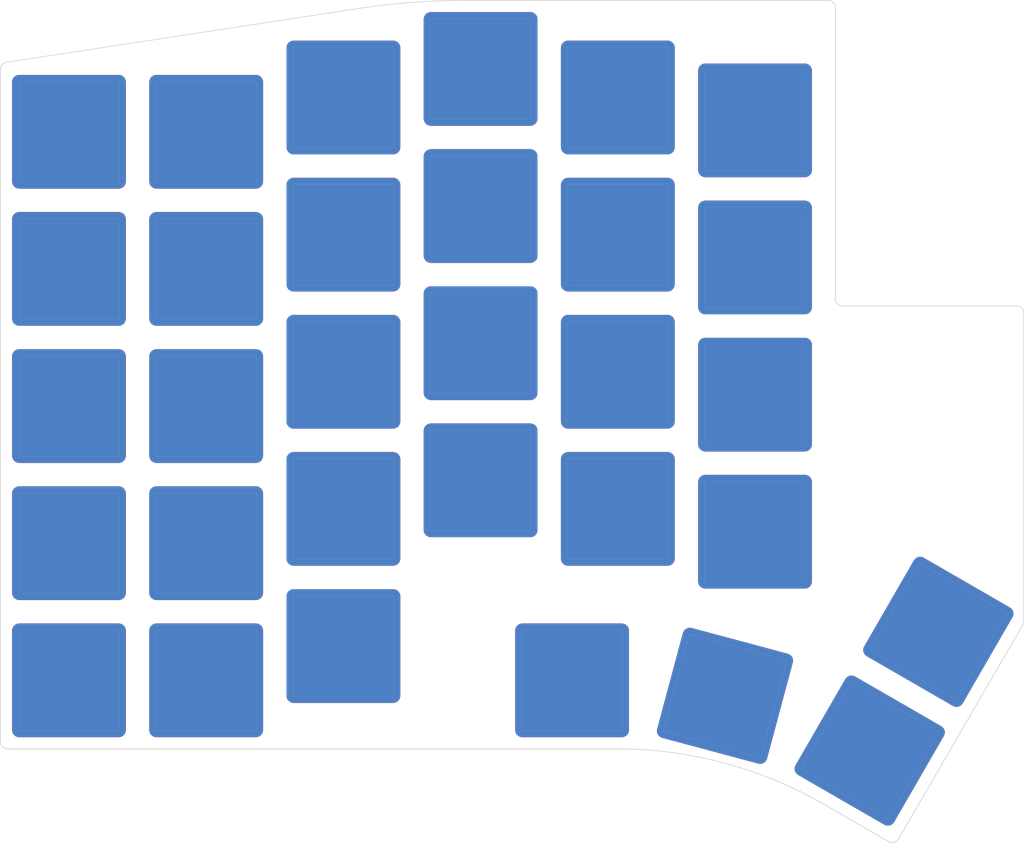
<source format=kicad_pcb>
(kicad_pcb (version 20171130) (host pcbnew "(5.1.6)-1")

  (general
    (thickness 1.6)
    (drawings 18)
    (tracks 0)
    (zones 0)
    (modules 36)
    (nets 1)
  )

  (page A3)
  (layers
    (0 F.Cu signal)
    (31 B.Cu signal)
    (32 B.Adhes user)
    (33 F.Adhes user)
    (34 B.Paste user)
    (35 F.Paste user)
    (36 B.SilkS user)
    (37 F.SilkS user)
    (38 B.Mask user)
    (39 F.Mask user)
    (40 Dwgs.User user)
    (41 Cmts.User user)
    (42 Eco1.User user)
    (43 Eco2.User user)
    (44 Edge.Cuts user)
    (45 Margin user)
    (46 B.CrtYd user)
    (47 F.CrtYd user)
    (48 B.Fab user)
    (49 F.Fab user)
  )

  (setup
    (last_trace_width 0.25)
    (user_trace_width 1)
    (user_trace_width 1.7526)
    (trace_clearance 0.2)
    (zone_clearance 0.508)
    (zone_45_only no)
    (trace_min 0.2)
    (via_size 0.7)
    (via_drill 0.35)
    (via_min_size 0.4)
    (via_min_drill 0.3)
    (uvia_size 0.3)
    (uvia_drill 0.1)
    (uvias_allowed no)
    (uvia_min_size 0.2)
    (uvia_min_drill 0.1)
    (edge_width 0.1)
    (segment_width 0.2)
    (pcb_text_width 0.3)
    (pcb_text_size 1.5 1.5)
    (mod_edge_width 0.12)
    (mod_text_size 1 1)
    (mod_text_width 0.15)
    (pad_size 2.4 2.4)
    (pad_drill 1.5)
    (pad_to_mask_clearance 0.051)
    (solder_mask_min_width 0.25)
    (aux_axis_origin 0 0)
    (visible_elements 7FFFF7FF)
    (pcbplotparams
      (layerselection 0x010fc_ffffffff)
      (usegerberextensions false)
      (usegerberattributes false)
      (usegerberadvancedattributes false)
      (creategerberjobfile false)
      (excludeedgelayer true)
      (linewidth 0.100000)
      (plotframeref false)
      (viasonmask false)
      (mode 1)
      (useauxorigin false)
      (hpglpennumber 1)
      (hpglpenspeed 20)
      (hpglpendiameter 15.000000)
      (psnegative false)
      (psa4output false)
      (plotreference true)
      (plotvalue true)
      (plotinvisibletext false)
      (padsonsilk false)
      (subtractmaskfromsilk false)
      (outputformat 1)
      (mirror false)
      (drillshape 0)
      (scaleselection 1)
      (outputdirectory "CantaloupeV1.1-Gerbers_Plate/"))
  )

  (net 0 "")

  (net_class Default "This is the default net class."
    (clearance 0.2)
    (trace_width 0.25)
    (via_dia 0.7)
    (via_drill 0.35)
    (uvia_dia 0.3)
    (uvia_drill 0.1)
  )

  (net_class Battery ""
    (clearance 0.2)
    (trace_width 1)
    (via_dia 0.7)
    (via_drill 0.35)
    (uvia_dia 0.3)
    (uvia_drill 0.1)
  )

  (net_class Power ""
    (clearance 0.2)
    (trace_width 0.5)
    (via_dia 0.7)
    (via_drill 0.35)
    (uvia_dia 0.3)
    (uvia_drill 0.1)
  )

  (module MountingHole:MountingHole_2.2mm_M2 (layer F.Cu) (tedit 56D1B4CB) (tstamp 5F79E978)
    (at 310.58125 121.5375)
    (descr "Mounting Hole 2.2mm, no annular, M2")
    (tags "mounting hole 2.2mm no annular m2")
    (attr virtual)
    (fp_text reference REF** (at 0 -3.2) (layer F.SilkS) hide
      (effects (font (size 1 1) (thickness 0.15)))
    )
    (fp_text value MountingHole_2.2mm_M2 (at 0 3.2) (layer F.Fab)
      (effects (font (size 1 1) (thickness 0.15)))
    )
    (fp_circle (center 0 0) (end 2.2 0) (layer Cmts.User) (width 0.15))
    (fp_circle (center 0 0) (end 2.45 0) (layer F.CrtYd) (width 0.05))
    (fp_text user %R (at 0.3 0) (layer F.Fab)
      (effects (font (size 1 1) (thickness 0.15)))
    )
    (pad 1 np_thru_hole circle (at 0 0) (size 2.2 2.2) (drill 2.2) (layers *.Cu *.Mask))
  )

  (module MountingHole:MountingHole_2.2mm_M2 (layer F.Cu) (tedit 56D1B4CB) (tstamp 5F79E978)
    (at 271.4625 112.7125)
    (descr "Mounting Hole 2.2mm, no annular, M2")
    (tags "mounting hole 2.2mm no annular m2")
    (attr virtual)
    (fp_text reference REF** (at 0 -3.2) (layer F.SilkS) hide
      (effects (font (size 1 1) (thickness 0.15)))
    )
    (fp_text value MountingHole_2.2mm_M2 (at 0 3.2) (layer F.Fab)
      (effects (font (size 1 1) (thickness 0.15)))
    )
    (fp_circle (center 0 0) (end 2.2 0) (layer Cmts.User) (width 0.15))
    (fp_circle (center 0 0) (end 2.45 0) (layer F.CrtYd) (width 0.05))
    (fp_text user %R (at 0.3 0) (layer F.Fab)
      (effects (font (size 1 1) (thickness 0.15)))
    )
    (pad 1 np_thru_hole circle (at 0 0) (size 2.2 2.2) (drill 2.2) (layers *.Cu *.Mask))
  )

  (module MountingHole:MountingHole_2.2mm_M2 (layer F.Cu) (tedit 56D1B4CB) (tstamp 5F79E978)
    (at 290.5125 57.15)
    (descr "Mounting Hole 2.2mm, no annular, M2")
    (tags "mounting hole 2.2mm no annular m2")
    (attr virtual)
    (fp_text reference REF** (at 0 -3.2) (layer F.SilkS) hide
      (effects (font (size 1 1) (thickness 0.15)))
    )
    (fp_text value MountingHole_2.2mm_M2 (at 0 3.2) (layer F.Fab)
      (effects (font (size 1 1) (thickness 0.15)))
    )
    (fp_circle (center 0 0) (end 2.2 0) (layer Cmts.User) (width 0.15))
    (fp_circle (center 0 0) (end 2.45 0) (layer F.CrtYd) (width 0.05))
    (fp_text user %R (at 0.3 0) (layer F.Fab)
      (effects (font (size 1 1) (thickness 0.15)))
    )
    (pad 1 np_thru_hole circle (at 0 0) (size 2.2 2.2) (drill 2.2) (layers *.Cu *.Mask))
  )

  (module MountingHole:MountingHole_2.2mm_M2 (layer F.Cu) (tedit 56D1B4CB) (tstamp 5F79E978)
    (at 214.3125 117.475)
    (descr "Mounting Hole 2.2mm, no annular, M2")
    (tags "mounting hole 2.2mm no annular m2")
    (attr virtual)
    (fp_text reference REF** (at 0 -3.2) (layer F.SilkS) hide
      (effects (font (size 1 1) (thickness 0.15)))
    )
    (fp_text value MountingHole_2.2mm_M2 (at 0 3.2) (layer F.Fab)
      (effects (font (size 1 1) (thickness 0.15)))
    )
    (fp_circle (center 0 0) (end 2.2 0) (layer Cmts.User) (width 0.15))
    (fp_circle (center 0 0) (end 2.45 0) (layer F.CrtYd) (width 0.05))
    (fp_text user %R (at 0.3 0) (layer F.Fab)
      (effects (font (size 1 1) (thickness 0.15)))
    )
    (pad 1 np_thru_hole circle (at 0 0) (size 2.2 2.2) (drill 2.2) (layers *.Cu *.Mask))
  )

  (module MountingHole:MountingHole_2.2mm_M2 (layer F.Cu) (tedit 56D1B4CB) (tstamp 5F79E978)
    (at 214.3125 60.325)
    (descr "Mounting Hole 2.2mm, no annular, M2")
    (tags "mounting hole 2.2mm no annular m2")
    (attr virtual)
    (fp_text reference REF** (at 0 -3.2) (layer F.SilkS) hide
      (effects (font (size 1 1) (thickness 0.15)))
    )
    (fp_text value MountingHole_2.2mm_M2 (at 0 3.2) (layer F.Fab)
      (effects (font (size 1 1) (thickness 0.15)))
    )
    (fp_circle (center 0 0) (end 2.2 0) (layer Cmts.User) (width 0.15))
    (fp_circle (center 0 0) (end 2.45 0) (layer F.CrtYd) (width 0.05))
    (fp_text user %R (at 0.3 0) (layer F.Fab)
      (effects (font (size 1 1) (thickness 0.15)))
    )
    (pad 1 np_thru_hole circle (at 0 0) (size 2.2 2.2) (drill 2.2) (layers *.Cu *.Mask))
  )

  (module Cantaloupe:MX_Cutout_Tight (layer F.Cu) (tedit 5F8DCA94) (tstamp 5F7DBD79)
    (at 315.95625 136.762498 330)
    (path /60697F9C)
    (fp_text reference SW31 (at 7.1 8.2 150) (layer F.SilkS) hide
      (effects (font (size 1 1) (thickness 0.15)))
    )
    (fp_text value MX (at -4.8 8.3 150) (layer F.Fab) hide
      (effects (font (size 1 1) (thickness 0.15)))
    )
    (fp_line (start -7 7) (end 7 7) (layer Edge.Cuts) (width 0.01))
    (fp_line (start 7 -7) (end 7 7) (layer Edge.Cuts) (width 0.01))
    (fp_line (start -7 -7) (end 7 -7) (layer Edge.Cuts) (width 0.01))
    (fp_line (start -7 7) (end -7 -7) (layer Edge.Cuts) (width 0.01))
    (pad "" smd roundrect (at 0 0 150) (size 15.8 15.8) (layers F.Cu F.Mask) (roundrect_rratio 0.063))
    (pad "" smd roundrect (at 0 0 150) (size 15.8 15.8) (layers B.Cu B.Mask) (roundrect_rratio 0.063))
  )

  (module Cantaloupe:MX_Cutout_Tight (layer F.Cu) (tedit 5F8DCA94) (tstamp 5F7DBECF)
    (at 295.863387 129.149253 345)
    (path /5F790CA0)
    (fp_text reference SW29 (at 7.1 8.2 165) (layer F.SilkS) hide
      (effects (font (size 1 1) (thickness 0.15)))
    )
    (fp_text value MX (at -4.8 8.3 165) (layer F.Fab) hide
      (effects (font (size 1 1) (thickness 0.15)))
    )
    (fp_line (start -7 7) (end 7 7) (layer Edge.Cuts) (width 0.01))
    (fp_line (start 7 -7) (end 7 7) (layer Edge.Cuts) (width 0.01))
    (fp_line (start -7 -7) (end 7 -7) (layer Edge.Cuts) (width 0.01))
    (fp_line (start -7 7) (end -7 -7) (layer Edge.Cuts) (width 0.01))
    (pad "" smd roundrect (at 0 0 165) (size 15.8 15.8) (layers F.Cu F.Mask) (roundrect_rratio 0.063))
    (pad "" smd roundrect (at 0 0 165) (size 15.8 15.8) (layers B.Cu B.Mask) (roundrect_rratio 0.063))
  )

  (module Cantaloupe:MX_Cutout_Tight (layer F.Cu) (tedit 5F8DCA94) (tstamp 5F7630AF)
    (at 300.0375 106.3625)
    (path /5F790C93)
    (fp_text reference SW28 (at 7.1 8.2) (layer F.SilkS) hide
      (effects (font (size 1 1) (thickness 0.15)))
    )
    (fp_text value MX (at -4.8 8.3) (layer F.Fab) hide
      (effects (font (size 1 1) (thickness 0.15)))
    )
    (fp_line (start -7 7) (end 7 7) (layer Edge.Cuts) (width 0.01))
    (fp_line (start 7 -7) (end 7 7) (layer Edge.Cuts) (width 0.01))
    (fp_line (start -7 -7) (end 7 -7) (layer Edge.Cuts) (width 0.01))
    (fp_line (start -7 7) (end -7 -7) (layer Edge.Cuts) (width 0.01))
    (pad "" smd roundrect (at 0 0 180) (size 15.8 15.8) (layers F.Cu F.Mask) (roundrect_rratio 0.063))
    (pad "" smd roundrect (at 0 0 180) (size 15.8 15.8) (layers B.Cu B.Mask) (roundrect_rratio 0.063))
  )

  (module Cantaloupe:MX_Cutout_Tight (layer F.Cu) (tedit 5F8DCA94) (tstamp 5F762D17)
    (at 242.8875 46.037501)
    (path /5F708705)
    (fp_text reference SW11 (at 7.1 8.2) (layer F.SilkS) hide
      (effects (font (size 1 1) (thickness 0.15)))
    )
    (fp_text value MX (at -4.8 8.3) (layer F.Fab) hide
      (effects (font (size 1 1) (thickness 0.15)))
    )
    (fp_line (start -7 7) (end 7 7) (layer Edge.Cuts) (width 0.01))
    (fp_line (start 7 -7) (end 7 7) (layer Edge.Cuts) (width 0.01))
    (fp_line (start -7 -7) (end 7 -7) (layer Edge.Cuts) (width 0.01))
    (fp_line (start -7 7) (end -7 -7) (layer Edge.Cuts) (width 0.01))
    (pad "" smd roundrect (at 0 0 180) (size 15.8 15.8) (layers F.Cu F.Mask) (roundrect_rratio 0.063))
    (pad "" smd roundrect (at 0 0 180) (size 15.8 15.8) (layers B.Cu B.Mask) (roundrect_rratio 0.063))
  )

  (module Cantaloupe:MX_Cutout_Tight (layer F.Cu) (tedit 5F8DCA94) (tstamp 5F762DCF)
    (at 242.887501 122.2375)
    (path /5F70873A)
    (fp_text reference SW15 (at 7.1 8.2) (layer F.SilkS) hide
      (effects (font (size 1 1) (thickness 0.15)))
    )
    (fp_text value MX (at -4.8 8.3) (layer F.Fab) hide
      (effects (font (size 1 1) (thickness 0.15)))
    )
    (fp_line (start -7 7) (end 7 7) (layer Edge.Cuts) (width 0.01))
    (fp_line (start 7 -7) (end 7 7) (layer Edge.Cuts) (width 0.01))
    (fp_line (start -7 -7) (end 7 -7) (layer Edge.Cuts) (width 0.01))
    (fp_line (start -7 7) (end -7 -7) (layer Edge.Cuts) (width 0.01))
    (pad "" smd roundrect (at 0 0 180) (size 15.8 15.8) (layers F.Cu F.Mask) (roundrect_rratio 0.063))
    (pad "" smd roundrect (at 0 0 180) (size 15.8 15.8) (layers B.Cu B.Mask) (roundrect_rratio 0.063))
  )

  (module Cantaloupe:MX_Cutout_Tight (layer F.Cu) (tedit 5F8DCA94) (tstamp 5F7DC04C)
    (at 325.48125 120.264709 330)
    (path /5F8A9153)
    (fp_text reference SW30 (at 7.1 8.2 150) (layer F.SilkS) hide
      (effects (font (size 1 1) (thickness 0.15)))
    )
    (fp_text value MX (at -4.8 8.3 150) (layer F.Fab) hide
      (effects (font (size 1 1) (thickness 0.15)))
    )
    (fp_line (start -7 7) (end 7 7) (layer Edge.Cuts) (width 0.01))
    (fp_line (start 7 -7) (end 7 7) (layer Edge.Cuts) (width 0.01))
    (fp_line (start -7 -7) (end 7 -7) (layer Edge.Cuts) (width 0.01))
    (fp_line (start -7 7) (end -7 -7) (layer Edge.Cuts) (width 0.01))
    (pad "" smd roundrect (at 0 0 150) (size 15.8 15.8) (layers F.Cu F.Mask) (roundrect_rratio 0.063))
    (pad "" smd roundrect (at 0 0 150) (size 15.8 15.8) (layers B.Cu B.Mask) (roundrect_rratio 0.063))
  )

  (module Cantaloupe:MX_Cutout_Tight (layer F.Cu) (tedit 5F8DCA94) (tstamp 5F762F9B)
    (at 280.9875 103.187499)
    (path /5F76C365)
    (fp_text reference SW23 (at 7.1 8.2) (layer F.SilkS) hide
      (effects (font (size 1 1) (thickness 0.15)))
    )
    (fp_text value MX (at -4.8 8.3) (layer F.Fab) hide
      (effects (font (size 1 1) (thickness 0.15)))
    )
    (fp_line (start -7 7) (end 7 7) (layer Edge.Cuts) (width 0.01))
    (fp_line (start 7 -7) (end 7 7) (layer Edge.Cuts) (width 0.01))
    (fp_line (start -7 -7) (end 7 -7) (layer Edge.Cuts) (width 0.01))
    (fp_line (start -7 7) (end -7 -7) (layer Edge.Cuts) (width 0.01))
    (pad "" smd roundrect (at 0 0 180) (size 15.8 15.8) (layers F.Cu F.Mask) (roundrect_rratio 0.063))
    (pad "" smd roundrect (at 0 0 180) (size 15.8 15.8) (layers B.Cu B.Mask) (roundrect_rratio 0.063))
  )

  (module Cantaloupe:MX_Cutout_Tight (layer F.Cu) (tedit 5F8DCA94) (tstamp 5F763081)
    (at 300.037498 87.3125)
    (path /5F790C86)
    (fp_text reference SW27 (at 7.1 8.2) (layer F.SilkS) hide
      (effects (font (size 1 1) (thickness 0.15)))
    )
    (fp_text value MX (at -4.8 8.3) (layer F.Fab) hide
      (effects (font (size 1 1) (thickness 0.15)))
    )
    (fp_line (start -7 7) (end 7 7) (layer Edge.Cuts) (width 0.01))
    (fp_line (start 7 -7) (end 7 7) (layer Edge.Cuts) (width 0.01))
    (fp_line (start -7 -7) (end 7 -7) (layer Edge.Cuts) (width 0.01))
    (fp_line (start -7 7) (end -7 -7) (layer Edge.Cuts) (width 0.01))
    (pad "" smd roundrect (at 0 0 180) (size 15.8 15.8) (layers F.Cu F.Mask) (roundrect_rratio 0.063))
    (pad "" smd roundrect (at 0 0 180) (size 15.8 15.8) (layers B.Cu B.Mask) (roundrect_rratio 0.063))
  )

  (module Cantaloupe:MX_Cutout_Tight (layer F.Cu) (tedit 5F8DCA94) (tstamp 5F763053)
    (at 300.0375 68.262501)
    (path /5F790C79)
    (fp_text reference SW26 (at 7.1 8.2) (layer F.SilkS) hide
      (effects (font (size 1 1) (thickness 0.15)))
    )
    (fp_text value MX (at -4.8 8.3) (layer F.Fab) hide
      (effects (font (size 1 1) (thickness 0.15)))
    )
    (fp_line (start -7 7) (end 7 7) (layer Edge.Cuts) (width 0.01))
    (fp_line (start 7 -7) (end 7 7) (layer Edge.Cuts) (width 0.01))
    (fp_line (start -7 -7) (end 7 -7) (layer Edge.Cuts) (width 0.01))
    (fp_line (start -7 7) (end -7 -7) (layer Edge.Cuts) (width 0.01))
    (pad "" smd roundrect (at 0 0 180) (size 15.8 15.8) (layers F.Cu F.Mask) (roundrect_rratio 0.063))
    (pad "" smd roundrect (at 0 0 180) (size 15.8 15.8) (layers B.Cu B.Mask) (roundrect_rratio 0.063))
  )

  (module Cantaloupe:MX_Cutout_Tight (layer F.Cu) (tedit 5F8DCA94) (tstamp 5F762F6D)
    (at 280.9875 84.137499)
    (path /5F76C358)
    (fp_text reference SW22 (at 7.1 8.2) (layer F.SilkS) hide
      (effects (font (size 1 1) (thickness 0.15)))
    )
    (fp_text value MX (at -4.8 8.3) (layer F.Fab) hide
      (effects (font (size 1 1) (thickness 0.15)))
    )
    (fp_line (start -7 7) (end 7 7) (layer Edge.Cuts) (width 0.01))
    (fp_line (start 7 -7) (end 7 7) (layer Edge.Cuts) (width 0.01))
    (fp_line (start -7 -7) (end 7 -7) (layer Edge.Cuts) (width 0.01))
    (fp_line (start -7 7) (end -7 -7) (layer Edge.Cuts) (width 0.01))
    (pad "" smd roundrect (at 0 0 180) (size 15.8 15.8) (layers F.Cu F.Mask) (roundrect_rratio 0.063))
    (pad "" smd roundrect (at 0 0 180) (size 15.8 15.8) (layers B.Cu B.Mask) (roundrect_rratio 0.063))
  )

  (module Cantaloupe:MX_Cutout_Tight (layer F.Cu) (tedit 5F8DCA94) (tstamp 5F7C4DB7)
    (at 204.7875 50.8)
    (path /5E7F9F5F)
    (fp_text reference SW1 (at 7.1 8.2) (layer F.SilkS) hide
      (effects (font (size 1 1) (thickness 0.15)))
    )
    (fp_text value MX (at -4.8 8.3) (layer F.Fab) hide
      (effects (font (size 1 1) (thickness 0.15)))
    )
    (fp_line (start -7 7) (end 7 7) (layer Edge.Cuts) (width 0.01))
    (fp_line (start 7 -7) (end 7 7) (layer Edge.Cuts) (width 0.01))
    (fp_line (start -7 -7) (end 7 -7) (layer Edge.Cuts) (width 0.01))
    (fp_line (start -7 7) (end -7 -7) (layer Edge.Cuts) (width 0.01))
    (pad "" smd roundrect (at 0 0 180) (size 15.8 15.8) (layers F.Cu F.Mask) (roundrect_rratio 0.063))
    (pad "" smd roundrect (at 0 0 180) (size 15.8 15.8) (layers B.Cu B.Mask) (roundrect_rratio 0.063))
  )

  (module Cantaloupe:MX_Cutout_Tight (layer F.Cu) (tedit 5F8DCA94) (tstamp 5F763025)
    (at 300.037501 49.2125)
    (path /5F790C6B)
    (fp_text reference SW25 (at 7.1 8.2) (layer F.SilkS) hide
      (effects (font (size 1 1) (thickness 0.15)))
    )
    (fp_text value MX (at -4.8 8.3) (layer F.Fab) hide
      (effects (font (size 1 1) (thickness 0.15)))
    )
    (fp_line (start -7 7) (end 7 7) (layer Edge.Cuts) (width 0.01))
    (fp_line (start 7 -7) (end 7 7) (layer Edge.Cuts) (width 0.01))
    (fp_line (start -7 -7) (end 7 -7) (layer Edge.Cuts) (width 0.01))
    (fp_line (start -7 7) (end -7 -7) (layer Edge.Cuts) (width 0.01))
    (pad "" smd roundrect (at 0 0 180) (size 15.8 15.8) (layers F.Cu F.Mask) (roundrect_rratio 0.063))
    (pad "" smd roundrect (at 0 0 180) (size 15.8 15.8) (layers B.Cu B.Mask) (roundrect_rratio 0.063))
  )

  (module Cantaloupe:MX_Cutout_Tight (layer F.Cu) (tedit 5F8DCA94) (tstamp 5F762F3F)
    (at 280.987499 65.0875)
    (path /5F76C34B)
    (fp_text reference SW21 (at 7.1 8.2) (layer F.SilkS) hide
      (effects (font (size 1 1) (thickness 0.15)))
    )
    (fp_text value MX (at -4.8 8.3) (layer F.Fab) hide
      (effects (font (size 1 1) (thickness 0.15)))
    )
    (fp_line (start -7 7) (end 7 7) (layer Edge.Cuts) (width 0.01))
    (fp_line (start 7 -7) (end 7 7) (layer Edge.Cuts) (width 0.01))
    (fp_line (start -7 -7) (end 7 -7) (layer Edge.Cuts) (width 0.01))
    (fp_line (start -7 7) (end -7 -7) (layer Edge.Cuts) (width 0.01))
    (pad "" smd roundrect (at 0 0 180) (size 15.8 15.8) (layers F.Cu F.Mask) (roundrect_rratio 0.063))
    (pad "" smd roundrect (at 0 0 180) (size 15.8 15.8) (layers B.Cu B.Mask) (roundrect_rratio 0.063))
  )

  (module Cantaloupe:MX_Cutout_Tight (layer F.Cu) (tedit 5F8DCA94) (tstamp 5F762F11)
    (at 280.987499 46.0375)
    (path /5F76C33D)
    (fp_text reference SW20 (at 7.1 8.2) (layer F.SilkS) hide
      (effects (font (size 1 1) (thickness 0.15)))
    )
    (fp_text value MX (at -4.8 8.3) (layer F.Fab) hide
      (effects (font (size 1 1) (thickness 0.15)))
    )
    (fp_line (start -7 7) (end 7 7) (layer Edge.Cuts) (width 0.01))
    (fp_line (start 7 -7) (end 7 7) (layer Edge.Cuts) (width 0.01))
    (fp_line (start -7 -7) (end 7 -7) (layer Edge.Cuts) (width 0.01))
    (fp_line (start -7 7) (end -7 -7) (layer Edge.Cuts) (width 0.01))
    (pad "" smd roundrect (at 0 0 180) (size 15.8 15.8) (layers F.Cu F.Mask) (roundrect_rratio 0.063))
    (pad "" smd roundrect (at 0 0 180) (size 15.8 15.8) (layers B.Cu B.Mask) (roundrect_rratio 0.063))
  )

  (module Cantaloupe:MX_Cutout_Tight (layer F.Cu) (tedit 5F8DCA94) (tstamp 5F7DC247)
    (at 274.6375 127)
    (path /5F76C372)
    (fp_text reference SW24 (at 7.1 8.2) (layer F.SilkS) hide
      (effects (font (size 1 1) (thickness 0.15)))
    )
    (fp_text value MX (at -4.8 8.3) (layer F.Fab) hide
      (effects (font (size 1 1) (thickness 0.15)))
    )
    (fp_line (start -7 7) (end 7 7) (layer Edge.Cuts) (width 0.01))
    (fp_line (start 7 -7) (end 7 7) (layer Edge.Cuts) (width 0.01))
    (fp_line (start -7 -7) (end 7 -7) (layer Edge.Cuts) (width 0.01))
    (fp_line (start -7 7) (end -7 -7) (layer Edge.Cuts) (width 0.01))
    (pad "" smd roundrect (at 0 0 180) (size 15.8 15.8) (layers F.Cu F.Mask) (roundrect_rratio 0.063))
    (pad "" smd roundrect (at 0 0 180) (size 15.8 15.8) (layers B.Cu B.Mask) (roundrect_rratio 0.063))
  )

  (module Cantaloupe:MX_Cutout_Tight (layer F.Cu) (tedit 5F8DCA94) (tstamp 5F762E87)
    (at 261.937501 99.21875)
    (path /5F740BE1)
    (fp_text reference SW19 (at 7.1 8.2) (layer F.SilkS) hide
      (effects (font (size 1 1) (thickness 0.15)))
    )
    (fp_text value MX (at -4.8 8.3) (layer F.Fab) hide
      (effects (font (size 1 1) (thickness 0.15)))
    )
    (fp_line (start -7 7) (end 7 7) (layer Edge.Cuts) (width 0.01))
    (fp_line (start 7 -7) (end 7 7) (layer Edge.Cuts) (width 0.01))
    (fp_line (start -7 -7) (end 7 -7) (layer Edge.Cuts) (width 0.01))
    (fp_line (start -7 7) (end -7 -7) (layer Edge.Cuts) (width 0.01))
    (pad "" smd roundrect (at 0 0 180) (size 15.8 15.8) (layers F.Cu F.Mask) (roundrect_rratio 0.063))
    (pad "" smd roundrect (at 0 0 180) (size 15.8 15.8) (layers B.Cu B.Mask) (roundrect_rratio 0.063))
  )

  (module Cantaloupe:MX_Cutout_Tight (layer F.Cu) (tedit 5F8DCA94) (tstamp 5F762E59)
    (at 261.937501 80.168749)
    (path /5F740BD4)
    (fp_text reference SW18 (at 7.1 8.2) (layer F.SilkS) hide
      (effects (font (size 1 1) (thickness 0.15)))
    )
    (fp_text value MX (at -4.8 8.3) (layer F.Fab) hide
      (effects (font (size 1 1) (thickness 0.15)))
    )
    (fp_line (start -7 7) (end 7 7) (layer Edge.Cuts) (width 0.01))
    (fp_line (start 7 -7) (end 7 7) (layer Edge.Cuts) (width 0.01))
    (fp_line (start -7 -7) (end 7 -7) (layer Edge.Cuts) (width 0.01))
    (fp_line (start -7 7) (end -7 -7) (layer Edge.Cuts) (width 0.01))
    (pad "" smd roundrect (at 0 0 180) (size 15.8 15.8) (layers F.Cu F.Mask) (roundrect_rratio 0.063))
    (pad "" smd roundrect (at 0 0 180) (size 15.8 15.8) (layers B.Cu B.Mask) (roundrect_rratio 0.063))
  )

  (module Cantaloupe:MX_Cutout_Tight (layer F.Cu) (tedit 5F8DCA94) (tstamp 5F762E2B)
    (at 261.9375 61.118751)
    (path /5F740BC7)
    (fp_text reference SW17 (at 7.1 8.2) (layer F.SilkS) hide
      (effects (font (size 1 1) (thickness 0.15)))
    )
    (fp_text value MX (at -4.8 8.3) (layer F.Fab) hide
      (effects (font (size 1 1) (thickness 0.15)))
    )
    (fp_line (start -7 7) (end 7 7) (layer Edge.Cuts) (width 0.01))
    (fp_line (start 7 -7) (end 7 7) (layer Edge.Cuts) (width 0.01))
    (fp_line (start -7 -7) (end 7 -7) (layer Edge.Cuts) (width 0.01))
    (fp_line (start -7 7) (end -7 -7) (layer Edge.Cuts) (width 0.01))
    (pad "" smd roundrect (at 0 0 180) (size 15.8 15.8) (layers F.Cu F.Mask) (roundrect_rratio 0.063))
    (pad "" smd roundrect (at 0 0 180) (size 15.8 15.8) (layers B.Cu B.Mask) (roundrect_rratio 0.063))
  )

  (module Cantaloupe:MX_Cutout_Tight (layer F.Cu) (tedit 5F8DCA94) (tstamp 5F762DFD)
    (at 261.937501 42.06875)
    (path /5F740BB9)
    (fp_text reference SW16 (at 7.1 8.2) (layer F.SilkS) hide
      (effects (font (size 1 1) (thickness 0.15)))
    )
    (fp_text value MX (at -4.8 8.3) (layer F.Fab) hide
      (effects (font (size 1 1) (thickness 0.15)))
    )
    (fp_line (start -7 7) (end 7 7) (layer Edge.Cuts) (width 0.01))
    (fp_line (start 7 -7) (end 7 7) (layer Edge.Cuts) (width 0.01))
    (fp_line (start -7 -7) (end 7 -7) (layer Edge.Cuts) (width 0.01))
    (fp_line (start -7 7) (end -7 -7) (layer Edge.Cuts) (width 0.01))
    (pad "" smd roundrect (at 0 0 180) (size 15.8 15.8) (layers F.Cu F.Mask) (roundrect_rratio 0.063))
    (pad "" smd roundrect (at 0 0 180) (size 15.8 15.8) (layers B.Cu B.Mask) (roundrect_rratio 0.063))
  )

  (module Cantaloupe:MX_Cutout_Tight (layer F.Cu) (tedit 5F8DCA94) (tstamp 5F762DA1)
    (at 242.8875 103.187499)
    (path /5F70872D)
    (fp_text reference SW14 (at 7.1 8.2) (layer F.SilkS) hide
      (effects (font (size 1 1) (thickness 0.15)))
    )
    (fp_text value MX (at -4.8 8.3) (layer F.Fab) hide
      (effects (font (size 1 1) (thickness 0.15)))
    )
    (fp_line (start -7 7) (end 7 7) (layer Edge.Cuts) (width 0.01))
    (fp_line (start 7 -7) (end 7 7) (layer Edge.Cuts) (width 0.01))
    (fp_line (start -7 -7) (end 7 -7) (layer Edge.Cuts) (width 0.01))
    (fp_line (start -7 7) (end -7 -7) (layer Edge.Cuts) (width 0.01))
    (pad "" smd roundrect (at 0 0 180) (size 15.8 15.8) (layers F.Cu F.Mask) (roundrect_rratio 0.063))
    (pad "" smd roundrect (at 0 0 180) (size 15.8 15.8) (layers B.Cu B.Mask) (roundrect_rratio 0.063))
  )

  (module Cantaloupe:MX_Cutout_Tight (layer F.Cu) (tedit 5F8DCA94) (tstamp 5F762D73)
    (at 242.8875 84.137499)
    (path /5F708720)
    (fp_text reference SW13 (at 7.1 8.2) (layer F.SilkS) hide
      (effects (font (size 1 1) (thickness 0.15)))
    )
    (fp_text value MX (at -4.8 8.3) (layer F.Fab) hide
      (effects (font (size 1 1) (thickness 0.15)))
    )
    (fp_line (start -7 7) (end 7 7) (layer Edge.Cuts) (width 0.01))
    (fp_line (start 7 -7) (end 7 7) (layer Edge.Cuts) (width 0.01))
    (fp_line (start -7 -7) (end 7 -7) (layer Edge.Cuts) (width 0.01))
    (fp_line (start -7 7) (end -7 -7) (layer Edge.Cuts) (width 0.01))
    (pad "" smd roundrect (at 0 0 180) (size 15.8 15.8) (layers F.Cu F.Mask) (roundrect_rratio 0.063))
    (pad "" smd roundrect (at 0 0 180) (size 15.8 15.8) (layers B.Cu B.Mask) (roundrect_rratio 0.063))
  )

  (module Cantaloupe:MX_Cutout_Tight (layer F.Cu) (tedit 5F8DCA94) (tstamp 5F762D45)
    (at 242.8875 65.087501)
    (path /5F708713)
    (fp_text reference SW12 (at 7.1 8.2) (layer F.SilkS) hide
      (effects (font (size 1 1) (thickness 0.15)))
    )
    (fp_text value MX (at -4.8 8.3) (layer F.Fab) hide
      (effects (font (size 1 1) (thickness 0.15)))
    )
    (fp_line (start -7 7) (end 7 7) (layer Edge.Cuts) (width 0.01))
    (fp_line (start 7 -7) (end 7 7) (layer Edge.Cuts) (width 0.01))
    (fp_line (start -7 -7) (end 7 -7) (layer Edge.Cuts) (width 0.01))
    (fp_line (start -7 7) (end -7 -7) (layer Edge.Cuts) (width 0.01))
    (pad "" smd roundrect (at 0 0 180) (size 15.8 15.8) (layers F.Cu F.Mask) (roundrect_rratio 0.063))
    (pad "" smd roundrect (at 0 0 180) (size 15.8 15.8) (layers B.Cu B.Mask) (roundrect_rratio 0.063))
  )

  (module Cantaloupe:MX_Cutout_Tight (layer F.Cu) (tedit 5F8DCA94) (tstamp 5F762CE9)
    (at 223.837499 127.000002)
    (path /5F6D8670)
    (fp_text reference SW10 (at 7.1 8.2) (layer F.SilkS) hide
      (effects (font (size 1 1) (thickness 0.15)))
    )
    (fp_text value MX (at -4.8 8.3) (layer F.Fab) hide
      (effects (font (size 1 1) (thickness 0.15)))
    )
    (fp_line (start -7 7) (end 7 7) (layer Edge.Cuts) (width 0.01))
    (fp_line (start 7 -7) (end 7 7) (layer Edge.Cuts) (width 0.01))
    (fp_line (start -7 -7) (end 7 -7) (layer Edge.Cuts) (width 0.01))
    (fp_line (start -7 7) (end -7 -7) (layer Edge.Cuts) (width 0.01))
    (pad "" smd roundrect (at 0 0 180) (size 15.8 15.8) (layers F.Cu F.Mask) (roundrect_rratio 0.063))
    (pad "" smd roundrect (at 0 0 180) (size 15.8 15.8) (layers B.Cu B.Mask) (roundrect_rratio 0.063))
  )

  (module Cantaloupe:MX_Cutout_Tight (layer F.Cu) (tedit 5F8DCA94) (tstamp 5F762CBB)
    (at 223.837499 107.95)
    (path /5F6D8663)
    (fp_text reference SW9 (at 7.1 8.2) (layer F.SilkS) hide
      (effects (font (size 1 1) (thickness 0.15)))
    )
    (fp_text value MX (at -4.8 8.3) (layer F.Fab) hide
      (effects (font (size 1 1) (thickness 0.15)))
    )
    (fp_line (start -7 7) (end 7 7) (layer Edge.Cuts) (width 0.01))
    (fp_line (start 7 -7) (end 7 7) (layer Edge.Cuts) (width 0.01))
    (fp_line (start -7 -7) (end 7 -7) (layer Edge.Cuts) (width 0.01))
    (fp_line (start -7 7) (end -7 -7) (layer Edge.Cuts) (width 0.01))
    (pad "" smd roundrect (at 0 0 180) (size 15.8 15.8) (layers F.Cu F.Mask) (roundrect_rratio 0.063))
    (pad "" smd roundrect (at 0 0 180) (size 15.8 15.8) (layers B.Cu B.Mask) (roundrect_rratio 0.063))
  )

  (module Cantaloupe:MX_Cutout_Tight (layer F.Cu) (tedit 5F8DCA94) (tstamp 5F762C8D)
    (at 223.837501 88.9)
    (path /5F6D8656)
    (fp_text reference SW8 (at 7.1 8.2) (layer F.SilkS) hide
      (effects (font (size 1 1) (thickness 0.15)))
    )
    (fp_text value MX (at -4.8 8.3) (layer F.Fab) hide
      (effects (font (size 1 1) (thickness 0.15)))
    )
    (fp_line (start -7 7) (end 7 7) (layer Edge.Cuts) (width 0.01))
    (fp_line (start 7 -7) (end 7 7) (layer Edge.Cuts) (width 0.01))
    (fp_line (start -7 -7) (end 7 -7) (layer Edge.Cuts) (width 0.01))
    (fp_line (start -7 7) (end -7 -7) (layer Edge.Cuts) (width 0.01))
    (pad "" smd roundrect (at 0 0 180) (size 15.8 15.8) (layers F.Cu F.Mask) (roundrect_rratio 0.063))
    (pad "" smd roundrect (at 0 0 180) (size 15.8 15.8) (layers B.Cu B.Mask) (roundrect_rratio 0.063))
  )

  (module Cantaloupe:MX_Cutout_Tight (layer F.Cu) (tedit 5F8DCA94) (tstamp 5F762C5F)
    (at 223.837499 69.85)
    (path /5F6D8649)
    (fp_text reference SW7 (at 7.1 8.2) (layer F.SilkS) hide
      (effects (font (size 1 1) (thickness 0.15)))
    )
    (fp_text value MX (at -4.8 8.3) (layer F.Fab) hide
      (effects (font (size 1 1) (thickness 0.15)))
    )
    (fp_line (start -7 7) (end 7 7) (layer Edge.Cuts) (width 0.01))
    (fp_line (start 7 -7) (end 7 7) (layer Edge.Cuts) (width 0.01))
    (fp_line (start -7 -7) (end 7 -7) (layer Edge.Cuts) (width 0.01))
    (fp_line (start -7 7) (end -7 -7) (layer Edge.Cuts) (width 0.01))
    (pad "" smd roundrect (at 0 0 180) (size 15.8 15.8) (layers F.Cu F.Mask) (roundrect_rratio 0.063))
    (pad "" smd roundrect (at 0 0 180) (size 15.8 15.8) (layers B.Cu B.Mask) (roundrect_rratio 0.063))
  )

  (module Cantaloupe:MX_Cutout_Tight (layer F.Cu) (tedit 5F8DCA94) (tstamp 5F762C31)
    (at 223.8375 50.799999)
    (path /5F6D863A)
    (fp_text reference SW6 (at 7.1 8.2) (layer F.SilkS) hide
      (effects (font (size 1 1) (thickness 0.15)))
    )
    (fp_text value MX (at -4.8 8.3) (layer F.Fab) hide
      (effects (font (size 1 1) (thickness 0.15)))
    )
    (fp_line (start -7 7) (end 7 7) (layer Edge.Cuts) (width 0.01))
    (fp_line (start 7 -7) (end 7 7) (layer Edge.Cuts) (width 0.01))
    (fp_line (start -7 -7) (end 7 -7) (layer Edge.Cuts) (width 0.01))
    (fp_line (start -7 7) (end -7 -7) (layer Edge.Cuts) (width 0.01))
    (pad "" smd roundrect (at 0 0 180) (size 15.8 15.8) (layers F.Cu F.Mask) (roundrect_rratio 0.063))
    (pad "" smd roundrect (at 0 0 180) (size 15.8 15.8) (layers B.Cu B.Mask) (roundrect_rratio 0.063))
  )

  (module Cantaloupe:MX_Cutout_Tight (layer F.Cu) (tedit 5F8DCA94) (tstamp 5F762C03)
    (at 204.787501 126.999999)
    (path /5F62A165)
    (fp_text reference SW5 (at 7.1 8.2) (layer F.SilkS) hide
      (effects (font (size 1 1) (thickness 0.15)))
    )
    (fp_text value MX (at -4.8 8.3) (layer F.Fab) hide
      (effects (font (size 1 1) (thickness 0.15)))
    )
    (fp_line (start -7 7) (end 7 7) (layer Edge.Cuts) (width 0.01))
    (fp_line (start 7 -7) (end 7 7) (layer Edge.Cuts) (width 0.01))
    (fp_line (start -7 -7) (end 7 -7) (layer Edge.Cuts) (width 0.01))
    (fp_line (start -7 7) (end -7 -7) (layer Edge.Cuts) (width 0.01))
    (pad "" smd roundrect (at 0 0 180) (size 15.8 15.8) (layers F.Cu F.Mask) (roundrect_rratio 0.063))
    (pad "" smd roundrect (at 0 0 180) (size 15.8 15.8) (layers B.Cu B.Mask) (roundrect_rratio 0.063))
  )

  (module Cantaloupe:MX_Cutout_Tight (layer F.Cu) (tedit 5F8DCA94) (tstamp 5F762BD5)
    (at 204.787501 107.95)
    (path /5F61EF2C)
    (fp_text reference SW4 (at 7.1 8.2) (layer F.SilkS) hide
      (effects (font (size 1 1) (thickness 0.15)))
    )
    (fp_text value MX (at -4.8 8.3) (layer F.Fab) hide
      (effects (font (size 1 1) (thickness 0.15)))
    )
    (fp_line (start -7 7) (end 7 7) (layer Edge.Cuts) (width 0.01))
    (fp_line (start 7 -7) (end 7 7) (layer Edge.Cuts) (width 0.01))
    (fp_line (start -7 -7) (end 7 -7) (layer Edge.Cuts) (width 0.01))
    (fp_line (start -7 7) (end -7 -7) (layer Edge.Cuts) (width 0.01))
    (pad "" smd roundrect (at 0 0 180) (size 15.8 15.8) (layers F.Cu F.Mask) (roundrect_rratio 0.063))
    (pad "" smd roundrect (at 0 0 180) (size 15.8 15.8) (layers B.Cu B.Mask) (roundrect_rratio 0.063))
  )

  (module Cantaloupe:MX_Cutout_Tight (layer F.Cu) (tedit 5F8DCA94) (tstamp 5F762BA7)
    (at 204.787501 88.9)
    (path /5F613E79)
    (fp_text reference SW3 (at 7.1 8.2) (layer F.SilkS) hide
      (effects (font (size 1 1) (thickness 0.15)))
    )
    (fp_text value MX (at -4.8 8.3) (layer F.Fab) hide
      (effects (font (size 1 1) (thickness 0.15)))
    )
    (fp_line (start -7 7) (end 7 7) (layer Edge.Cuts) (width 0.01))
    (fp_line (start 7 -7) (end 7 7) (layer Edge.Cuts) (width 0.01))
    (fp_line (start -7 -7) (end 7 -7) (layer Edge.Cuts) (width 0.01))
    (fp_line (start -7 7) (end -7 -7) (layer Edge.Cuts) (width 0.01))
    (pad "" smd roundrect (at 0 0 180) (size 15.8 15.8) (layers F.Cu F.Mask) (roundrect_rratio 0.063))
    (pad "" smd roundrect (at 0 0 180) (size 15.8 15.8) (layers B.Cu B.Mask) (roundrect_rratio 0.063))
  )

  (module Cantaloupe:MX_Cutout_Tight (layer F.Cu) (tedit 5F8DCA94) (tstamp 5F762B79)
    (at 204.7875 69.850001)
    (path /5F608752)
    (fp_text reference SW2 (at 7.1 8.2) (layer F.SilkS) hide
      (effects (font (size 1 1) (thickness 0.15)))
    )
    (fp_text value MX (at -4.8 8.3) (layer F.Fab) hide
      (effects (font (size 1 1) (thickness 0.15)))
    )
    (fp_line (start -7 7) (end 7 7) (layer Edge.Cuts) (width 0.01))
    (fp_line (start 7 -7) (end 7 7) (layer Edge.Cuts) (width 0.01))
    (fp_line (start -7 -7) (end 7 -7) (layer Edge.Cuts) (width 0.01))
    (fp_line (start -7 7) (end -7 -7) (layer Edge.Cuts) (width 0.01))
    (pad "" smd roundrect (at 0 0 180) (size 15.8 15.8) (layers F.Cu F.Mask) (roundrect_rratio 0.063))
    (pad "" smd roundrect (at 0 0 180) (size 15.8 15.8) (layers B.Cu B.Mask) (roundrect_rratio 0.063))
  )

  (gr_line (start 280.832499 136.525048) (end 196.262499 136.525048) (layer Edge.Cuts) (width 0.1) (tstamp 5F93F44D))
  (gr_arc (start 280.882499 193.925048) (end 280.832499 136.525048) (angle 30.02255225) (layer Edge.Cuts) (width 0.1) (tstamp 5F93F44C))
  (gr_arc (start 260.188449 136.493749) (end 260.188449 32.543749) (angle -8.005156052) (layer Edge.Cuts) (width 0.1) (tstamp 5F93F44B))
  (gr_line (start 318.589299 149.409775) (end 309.558772 144.201473) (layer Edge.Cuts) (width 0.1) (tstamp 5F93F44A))
  (gr_line (start 260.188449 32.543749) (end 310.1825 32.543799) (layer Edge.Cuts) (width 0.1) (tstamp 5F93F449))
  (gr_line (start 196.111473 41.145343) (end 245.712142 33.556686) (layer Edge.Cuts) (width 0.1) (tstamp 5F93F448))
  (gr_arc (start 312.1825 73.987549) (end 311.182501 73.987549) (angle -90) (layer Edge.Cuts) (width 0.1) (tstamp 5F93E76F))
  (gr_arc (start 319.089299 148.54375) (end 318.5893 149.409776) (angle -90) (layer Edge.Cuts) (width 0.1) (tstamp 5F92DDD1))
  (gr_line (start 337.208042 119.295073) (end 319.955325 149.043749) (layer Edge.Cuts) (width 0.1) (tstamp 5F810928))
  (gr_line (start 337.343502 75.987548) (end 337.3435 118.792514) (layer Edge.Cuts) (width 0.1) (tstamp 5F81092F))
  (gr_arc (start 336.343502 75.987549) (end 337.343502 75.987548) (angle -90) (layer Edge.Cuts) (width 0.1) (tstamp 5F81092E))
  (gr_arc (start 310.182498 33.543848) (end 311.182547 33.543894) (angle -90.002533) (layer Edge.Cuts) (width 0.1) (tstamp 5F81092C))
  (gr_arc (start 196.262499 135.525049) (end 195.2625 135.525049) (angle -90) (layer Edge.Cuts) (width 0.1) (tstamp 5F810929))
  (gr_line (start 312.1825 74.987548) (end 336.343501 74.987549) (layer Edge.Cuts) (width 0.1) (tstamp 5F810924))
  (gr_line (start 311.182547 33.543894) (end 311.182501 73.987549) (layer Edge.Cuts) (width 0.1) (tstamp 5F810921))
  (gr_line (start 195.2625 135.525049) (end 195.2625 42.133874) (layer Edge.Cuts) (width 0.1) (tstamp 5F810920))
  (gr_arc (start 336.3435 118.792514) (end 337.208042 119.295073) (angle -30.16947172) (layer Edge.Cuts) (width 0.1) (tstamp 5F81091B))
  (gr_arc (start 196.2625 42.133873) (end 196.111473 41.145343) (angle -81.31359643) (layer Edge.Cuts) (width 0.1) (tstamp 5F810918))

)

</source>
